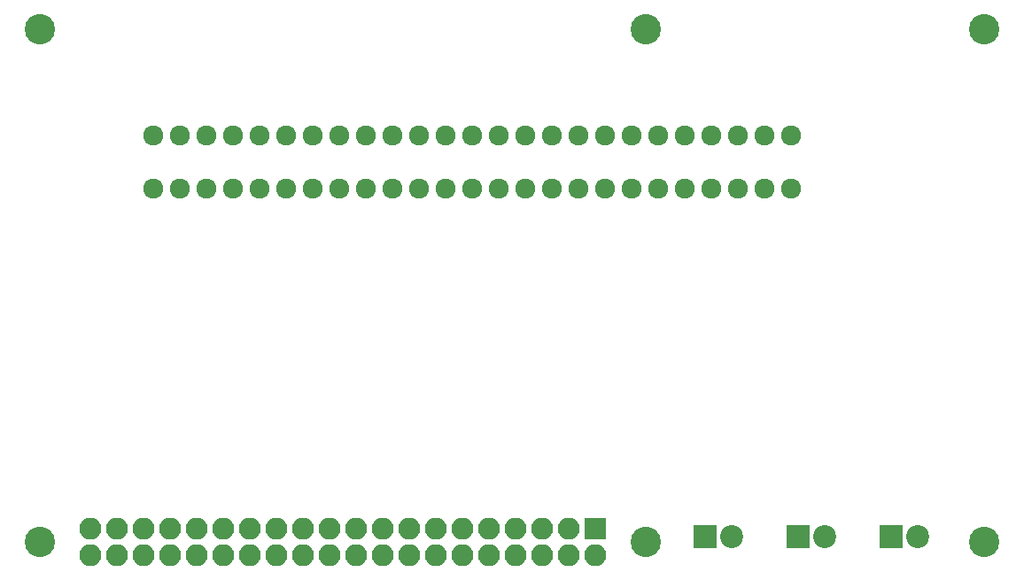
<source format=gbr>
G04 #@! TF.FileFunction,Soldermask,Top*
%FSLAX46Y46*%
G04 Gerber Fmt 4.6, Leading zero omitted, Abs format (unit mm)*
G04 Created by KiCad (PCBNEW 4.0.7) date 02/21/19 02:12:21*
%MOMM*%
%LPD*%
G01*
G04 APERTURE LIST*
%ADD10C,0.100000*%
%ADD11C,2.900000*%
%ADD12R,2.100000X2.100000*%
%ADD13O,2.100000X2.100000*%
%ADD14R,2.200000X2.200000*%
%ADD15C,2.200000*%
%ADD16C,1.924000*%
G04 APERTURE END LIST*
D10*
D11*
X209499000Y-110959800D03*
X209499000Y-61959900D03*
X119215000Y-110947000D03*
D12*
X172298000Y-109703000D03*
D13*
X172298000Y-112243000D03*
X169758000Y-109703000D03*
X169758000Y-112243000D03*
X167218000Y-109703000D03*
X167218000Y-112243000D03*
X164678000Y-109703000D03*
X164678000Y-112243000D03*
X162138000Y-109703000D03*
X162138000Y-112243000D03*
X159598000Y-109703000D03*
X159598000Y-112243000D03*
X157058000Y-109703000D03*
X157058000Y-112243000D03*
X154518000Y-109703000D03*
X154518000Y-112243000D03*
X151978000Y-109703000D03*
X151978000Y-112243000D03*
X149438000Y-109703000D03*
X149438000Y-112243000D03*
X146898000Y-109703000D03*
X146898000Y-112243000D03*
X144358000Y-109703000D03*
X144358000Y-112243000D03*
X141818000Y-109703000D03*
X141818000Y-112243000D03*
X139278000Y-109703000D03*
X139278000Y-112243000D03*
X136738000Y-109703000D03*
X136738000Y-112243000D03*
X134198000Y-109703000D03*
X134198000Y-112243000D03*
X131658000Y-109703000D03*
X131658000Y-112243000D03*
X129118000Y-109703000D03*
X129118000Y-112243000D03*
X126578000Y-109703000D03*
X126578000Y-112243000D03*
X124038000Y-109703000D03*
X124038000Y-112243000D03*
D14*
X182842000Y-110465000D03*
D15*
X185382000Y-110465000D03*
D14*
X191732000Y-110465000D03*
D15*
X194272000Y-110465000D03*
D14*
X200622000Y-110465000D03*
D15*
X203162000Y-110465000D03*
D16*
X191008000Y-72136000D03*
X191008000Y-77216000D03*
X188468000Y-72136000D03*
X188468000Y-77216000D03*
X185928000Y-72136000D03*
X185928000Y-77216000D03*
X183388000Y-72136000D03*
X183388000Y-77216000D03*
X180848000Y-72136000D03*
X180848000Y-77216000D03*
X178308000Y-72136000D03*
X178308000Y-77216000D03*
X175768000Y-72136000D03*
X175768000Y-77216000D03*
X173228000Y-72136000D03*
X173228000Y-77216000D03*
X170688000Y-72136000D03*
X170688000Y-77216000D03*
X168148000Y-72136000D03*
X168148000Y-77216000D03*
X165608000Y-72136000D03*
X165608000Y-77216000D03*
X163068000Y-72136000D03*
X163068000Y-77216000D03*
X160528000Y-72136000D03*
X160528000Y-77216000D03*
X157988000Y-72136000D03*
X157988000Y-77216000D03*
X155448000Y-72136000D03*
X155448000Y-77216000D03*
X152908000Y-72136000D03*
X152908000Y-77216000D03*
X150368000Y-72136000D03*
X150368000Y-77216000D03*
X147828000Y-72136000D03*
X147828000Y-77216000D03*
X145288000Y-72136000D03*
X145288000Y-77216000D03*
X142748000Y-72136000D03*
X142748000Y-77216000D03*
X140208000Y-72136000D03*
X140208000Y-77216000D03*
X137668000Y-72136000D03*
X137668000Y-77216000D03*
X135128000Y-72136000D03*
X135128000Y-77216000D03*
X132588000Y-72136000D03*
X132588000Y-77216000D03*
X130048000Y-72136000D03*
X130048000Y-77216000D03*
D11*
X119202000Y-61925200D03*
X177152000Y-110960000D03*
X177140000Y-61963300D03*
M02*

</source>
